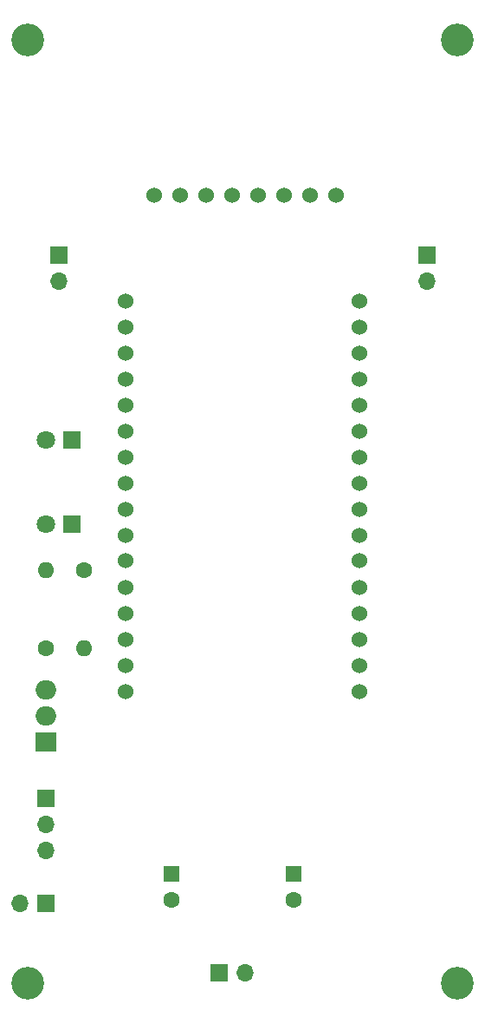
<source format=gbr>
%TF.GenerationSoftware,KiCad,Pcbnew,(6.0.1)*%
%TF.CreationDate,2022-11-21T11:07:04+09:00*%
%TF.ProjectId,Robot,526f626f-742e-46b6-9963-61645f706362,rev?*%
%TF.SameCoordinates,Original*%
%TF.FileFunction,Soldermask,Top*%
%TF.FilePolarity,Negative*%
%FSLAX46Y46*%
G04 Gerber Fmt 4.6, Leading zero omitted, Abs format (unit mm)*
G04 Created by KiCad (PCBNEW (6.0.1)) date 2022-11-21 11:07:04*
%MOMM*%
%LPD*%
G01*
G04 APERTURE LIST*
%ADD10O,1.700000X1.700000*%
%ADD11R,1.700000X1.700000*%
%ADD12C,3.200000*%
%ADD13C,1.600000*%
%ADD14O,1.600000X1.600000*%
%ADD15R,1.600000X1.600000*%
%ADD16R,1.800000X1.800000*%
%ADD17C,1.800000*%
%ADD18C,1.524000*%
%ADD19R,2.000000X1.905000*%
%ADD20O,2.000000X1.905000*%
G04 APERTURE END LIST*
D10*
%TO.C,MotorPower*%
X160015000Y-128500000D03*
D11*
X157475000Y-128500000D03*
%TD*%
%TO.C,M1*%
X141750000Y-58500000D03*
D10*
X141750000Y-61040000D03*
%TD*%
D11*
%TO.C,J1*%
X140535000Y-121750000D03*
D10*
X137995000Y-121750000D03*
%TD*%
D11*
%TO.C,M2*%
X177750000Y-58500000D03*
D10*
X177750000Y-61040000D03*
%TD*%
D12*
%TO.C,MountHole*%
X180750000Y-37500000D03*
%TD*%
D13*
%TO.C,R1*%
X144250000Y-89190000D03*
D14*
X144250000Y-96810000D03*
%TD*%
D15*
%TO.C,C2*%
X164750000Y-118847349D03*
D13*
X164750000Y-121347349D03*
%TD*%
D16*
%TO.C,D1*%
X143025000Y-76500000D03*
D17*
X140485000Y-76500000D03*
%TD*%
D12*
%TO.C,MountHole*%
X180750000Y-129500000D03*
%TD*%
D18*
%TO.C,U1*%
X171180000Y-93430000D03*
X171180000Y-95970000D03*
X148320000Y-62950000D03*
X171120000Y-90889999D03*
X171180000Y-83270000D03*
X148260000Y-90889999D03*
X148320000Y-93430000D03*
X148260000Y-88309999D03*
X171180000Y-98510000D03*
X171120000Y-88309999D03*
X171180000Y-85810000D03*
X171180000Y-80730000D03*
X171180000Y-78190000D03*
X171180000Y-75650000D03*
X171180000Y-68030000D03*
X171180000Y-65490000D03*
X148320000Y-80730000D03*
X148320000Y-83270000D03*
X148320000Y-85810000D03*
X148320000Y-75650000D03*
X148320000Y-78190000D03*
X148320000Y-73110000D03*
X148320000Y-101050000D03*
X148320000Y-95970000D03*
X171180000Y-101050000D03*
X171180000Y-62950000D03*
X148320000Y-65490000D03*
X171180000Y-73110000D03*
X171180000Y-70570000D03*
X148320000Y-98510000D03*
X148320000Y-70570000D03*
X148320000Y-68030000D03*
%TD*%
D19*
%TO.C,U3*%
X140500000Y-106000000D03*
D20*
X140500000Y-103460000D03*
X140500000Y-100920000D03*
%TD*%
D11*
%TO.C,U2*%
X140500000Y-111475000D03*
D10*
X140500000Y-114015000D03*
X140500000Y-116555000D03*
%TD*%
D13*
%TO.C,R2*%
X140500000Y-96810000D03*
D14*
X140500000Y-89190000D03*
%TD*%
D15*
%TO.C,C1*%
X152750000Y-118847349D03*
D13*
X152750000Y-121347349D03*
%TD*%
D16*
%TO.C,D2*%
X143025000Y-84750000D03*
D17*
X140485000Y-84750000D03*
%TD*%
D12*
%TO.C,MountHole*%
X138750000Y-129500000D03*
%TD*%
D18*
%TO.C,U4*%
X166350000Y-52600000D03*
X153650000Y-52600000D03*
X168890000Y-52600000D03*
X156190000Y-52600000D03*
X158730000Y-52600000D03*
X151110000Y-52600000D03*
X163810000Y-52600000D03*
X161270000Y-52600000D03*
%TD*%
D12*
%TO.C,MountHole*%
X138750000Y-37500000D03*
%TD*%
M02*

</source>
